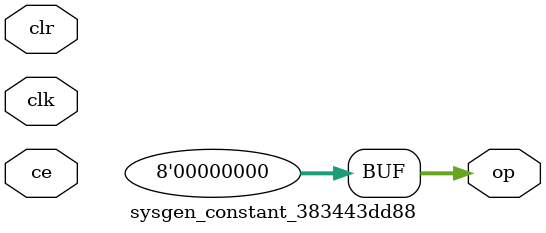
<source format=v>
module sysgen_constant_383443dd88 (
  output [(8 - 1):0] op,
  input clk,
  input ce,
  input clr);
  assign op = 8'b00000000;
endmodule
</source>
